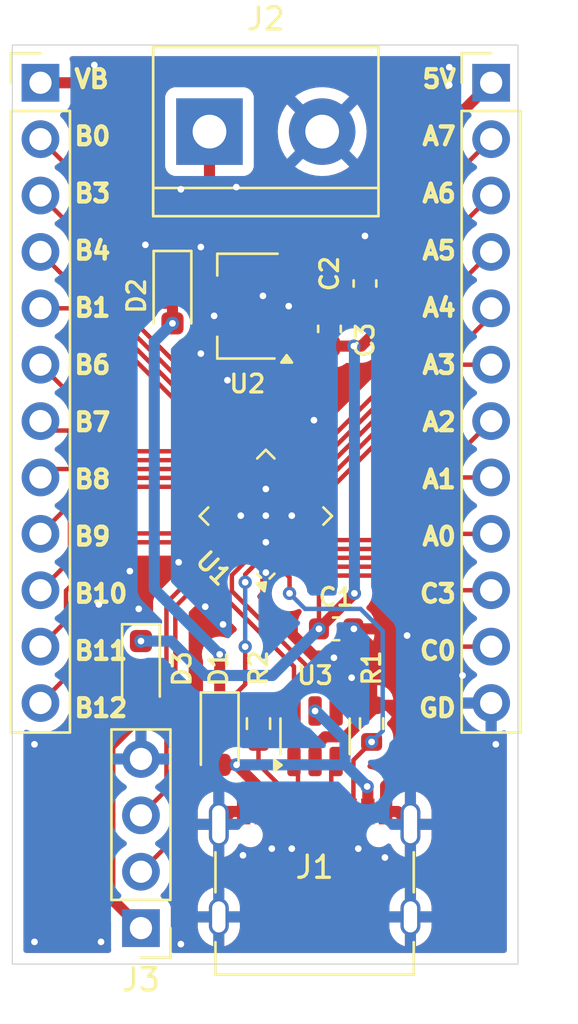
<source format=kicad_pcb>
(kicad_pcb (version 20240108) (generator "pcbnew") (generator_version "8.0")
  (layers (0 "F.Cu" signal) (31 "B.Cu" signal) (34 "B.Paste" user) (35 "F.Paste" user) (36 "B.SilkS" user "B.Silkscreen") (37 "F.SilkS" user "F.Silkscreen") (38 "B.Mask" user) (39 "F.Mask" user) (44 "Edge.Cuts" user))
  (net 0 "")
  (net 1 "GND")
  (net 2 "+5V")
  (net 3 "VBUS")
  (net 4 "Net-(D1-A)")
  (net 5 "Net-(D2-K)")
  (net 6 "Net-(D3-A)")
  (net 7 "Net-(J1-D+-PadA6)")
  (net 8 "Net-(J1-D--PadA7)")
  (net 9 "USB_CC2")
  (net 12 "USB_CC1")
  (net 13 "SWCLK")
  (net 14 "SWDIO")
  (net 15 "PA7")
  (net 16 "PA1")
  (net 17 "PA2")
  (net 18 "PA3")
  (net 19 "PC0")
  (net 20 "PA0")
  (net 21 "PA6")
  (net 22 "PA5")
  (net 23 "PA4")
  (net 24 "PC3")
  (net 25 "PB11")
  (net 26 "PB10")
  (net 27 "PB12")
  (net 28 "PB0")
  (net 29 "PB7")
  (net 30 "PB4")
  (net 31 "PB1")
  (net 32 "PB3")
  (net 33 "PB6")
  (net 34 "PB8")
  (net 35 "PB9")
  (net 36 "USB_DP")
  (net 37 "USB_DM")
  (footprint "TerminalBlock:TerminalBlock_bornier-2_P5.08mm" (layer "F.Cu") (at 123.19 55.9)
    (property "Reference" "J2" (at 2.54 -5.08 0) (layer "F.SilkS"))
    (property "Value" "VBUS_OUT")
    (fp_line (start -2.54 -3.81) (end -2.54 3.81) (stroke (width 0.12)) (layer "F.SilkS"))
    (fp_line (start -2.54 3.81) (end 7.62 3.81) (stroke (width 0.12)) (layer "F.SilkS"))
    (fp_line (start 7.62 -3.81) (end -2.54 -3.81) (stroke (width 0.12)) (layer "F.SilkS"))
    (fp_line (start 7.62 2.54) (end -2.54 2.54) (stroke (width 0.12)) (layer "F.SilkS"))
    (fp_line (start 7.62 3.81) (end 7.62 -3.81) (stroke (width 0.12)) (layer "F.SilkS"))
    (pad "1" thru_hole rect (at 0 0) (size 3 3) (drill 1.52) (layers "*.Cu" "*.Mask") (net 5 "Net-(D2-K)"))
    (pad "2" thru_hole circle (at 5.08 0) (size 3 3) (drill 1.52) (layers "*.Cu" "*.Mask") (net 1 "GND"))
  )
  (footprint "Connector_PinHeader_2.54mm:PinHeader_1x12_P2.54mm_Vertical" (layer "F.Cu") (at 115.57 53.7)
    (property "Reference" "J5" (hide yes))
    (property "Value" "R")
    (fp_line (start -1.33 -1.33) (end 0 -1.33) (stroke (width 0.12)) (layer "F.SilkS"))
    (fp_line (start -1.33 0) (end -1.33 -1.33) (stroke (width 0.12)) (layer "F.SilkS"))
    (fp_line (start -1.33 1.27) (end -1.33 29.27) (stroke (width 0.12)) (layer "F.SilkS"))
    (fp_line (start -1.33 1.27) (end 1.33 1.27) (stroke (width 0.12)) (layer "F.SilkS"))
    (fp_line (start -1.33 29.27) (end 1.33 29.27) (stroke (width 0.12)) (layer "F.SilkS"))
    (fp_line (start 1.33 1.27) (end 1.33 29.27) (stroke (width 0.12)) (layer "F.SilkS"))
    (pad "1" thru_hole rect (at 0 0) (size 1.7 1.7) (drill 1) (layers "*.Cu" "*.Mask") (net 3 "VBUS"))
    (pad "2" thru_hole oval (at 0 2.54) (size 1.7 1.7) (drill 1) (layers "*.Cu" "*.Mask") (net 28 "PB0"))
    (pad "3" thru_hole oval (at 0 5.08) (size 1.7 1.7) (drill 1) (layers "*.Cu" "*.Mask") (net 32 "PB3"))
    (pad "4" thru_hole oval (at 0 7.62) (size 1.7 1.7) (drill 1) (layers "*.Cu" "*.Mask") (net 30 "PB4"))
    (pad "5" thru_hole oval (at 0 10.16) (size 1.7 1.7) (drill 1) (layers "*.Cu" "*.Mask") (net 31 "PB1"))
    (pad "6" thru_hole oval (at 0 12.7) (size 1.7 1.7) (drill 1) (layers "*.Cu" "*.Mask") (net 33 "PB6"))
    (pad "7" thru_hole oval (at 0 15.24) (size 1.7 1.7) (drill 1) (layers "*.Cu" "*.Mask") (net 29 "PB7"))
    (pad "8" thru_hole oval (at 0 17.78) (size 1.7 1.7) (drill 1) (layers "*.Cu" "*.Mask") (net 34 "PB8"))
    (pad "9" thru_hole oval (at 0 20.32) (size 1.7 1.7) (drill 1) (layers "*.Cu" "*.Mask") (net 35 "PB9"))
    (pad "10" thru_hole oval (at 0 22.86) (size 1.7 1.7) (drill 1) (layers "*.Cu" "*.Mask") (net 26 "PB10"))
    (pad "11" thru_hole oval (at 0 25.4) (size 1.7 1.7) (drill 1) (layers "*.Cu" "*.Mask") (net 25 "PB11"))
    (pad "12" thru_hole oval (at 0 27.94) (size 1.7 1.7) (drill 1) (layers "*.Cu" "*.Mask") (net 27 "PB12"))
  )
  (footprint "Package_TO_SOT_SMD:SOT-23-6" (layer "F.Cu") (at 127.95 83.1375 90)
    (property "Reference" "U3" (at 2.7375 0 0) (layer "F.SilkS") (effects (font (size 0.8 0.8))))
    (property "Value" "USBLC6-2SC6")
    (fp_line (start 0 -1.56) (end 0.8 -1.56) (stroke (width 0.12)) (layer "F.SilkS"))
    (fp_line (start 0 -1.56) (end -0.8 -1.56) (stroke (width 0.12)) (layer "F.SilkS"))
    (fp_line (start 0 1.56) (end 0.8 1.56) (stroke (width 0.12)) (layer "F.SilkS"))
    (fp_line (start 0 1.56) (end -0.8 1.56) (stroke (width 0.12)) (layer "F.SilkS"))
    (fp_poly (pts (xy -1.3 -1.51) (xy -1.54 -1.84) (xy -1.06 -1.84) (xy -1.3 -1.51)) (stroke (width 0.12)) (fill solid) (layer "F.SilkS"))
    (pad "1" smd roundrect (at -1.1375 -0.95 90) (size 1.325 0.6) (layers "F.Cu" "F.Paste" "F.Mask") (net 8 "Net-(J1-D--PadA7)"))
    (pad "2" smd roundrect (at -1.1375 0 90) (size 1.325 0.6) (layers "F.Cu" "F.Paste" "F.Mask") (net 1 "GND"))
    (pad "3" smd roundrect (at -1.1375 0.95 90) (size 1.325 0.6) (layers "F.Cu" "F.Paste" "F.Mask") (net 7 "Net-(J1-D+-PadA6)"))
    (pad "4" smd roundrect (at 1.1375 0.95 90) (size 1.325 0.6) (layers "F.Cu" "F.Paste" "F.Mask") (net 36 "USB_DP"))
    (pad "5" smd roundrect (at 1.1375 0 90) (size 1.325 0.6) (layers "F.Cu" "F.Paste" "F.Mask") (net 4 "Net-(D1-A)"))
    (pad "6" smd roundrect (at 1.1375 -0.95 90) (size 1.325 0.6) (layers "F.Cu" "F.Paste" "F.Mask") (net 37 "USB_DM"))
  )
  (footprint "Diode_SMD:D_SOD-323_HandSoldering" (layer "F.Cu") (at 123.65 83.175 -90)
    (property "Reference" "D1" (at -3.075 0.05 90) (layer "F.SilkS") (effects (font (size 0.8 0.8))))
    (property "Value" "1N5819WS")
    (fp_line (start -2.01 0.85) (end 1.25 0.85) (stroke (width 0.12)) (layer "F.SilkS"))
    (fp_line (start -2.01 -0.85) (end -2.01 0.85) (stroke (width 0.12)) (layer "F.SilkS"))
    (fp_line (start -2.01 -0.85) (end 1.25 -0.85) (stroke (width 0.12)) (layer "F.SilkS"))
    (pad "1" smd roundrect (at -1.25 0 270) (size 1 1) (layers "F.Cu" "F.Paste" "F.Mask") (net 3 "VBUS"))
    (pad "2" smd roundrect (at 1.25 0 270) (size 1 1) (layers "F.Cu" "F.Paste" "F.Mask") (net 4 "Net-(D1-A)"))
  )
  (footprint "Capacitor_SMD:C_0603_1608Metric" (layer "F.Cu") (at 128.9 78.3)
    (property "Reference" "C1" (at 0 -1.43 0) (layer "F.SilkS") (effects (font (size 0.8 0.8))))
    (property "Value" "100nF")
    (fp_line (start -0.14058 -0.51) (end 0.14058 -0.51) (stroke (width 0.12)) (layer "F.SilkS"))
    (fp_line (start -0.14058 0.51) (end 0.14058 0.51) (stroke (width 0.12)) (layer "F.SilkS"))
    (pad "1" smd roundrect (at -0.775 0) (size 0.9 0.95) (layers "F.Cu" "F.Paste" "F.Mask") (net 2 "+5V"))
    (pad "2" smd roundrect (at 0.775 0) (size 0.9 0.95) (layers "F.Cu" "F.Paste" "F.Mask") (net 1 "GND"))
  )
  (footprint "Connector_USB:USB_C_Receptacle_Palconn_UTC16-G" (layer "F.Cu") (at 127.93 89.035)
    (property "Reference" "J1" (at 0 0 0) (layer "F.SilkS"))
    (property "Value" "USB_C_Receptacle_USB2.0_16P")
    (fp_line (start -4.47 -0.67) (end -4.47 1.13) (stroke (width 0.12)) (layer "F.SilkS"))
    (fp_line (start -4.47 4.84) (end -4.47 3.38) (stroke (width 0.12)) (layer "F.SilkS"))
    (fp_line (start 4.47 -0.67) (end 4.47 1.13) (stroke (width 0.12)) (layer "F.SilkS"))
    (fp_line (start 4.47 4.84) (end -4.47 4.84) (stroke (width 0.12)) (layer "F.SilkS"))
    (fp_line (start 4.47 4.84) (end 4.47 3.38) (stroke (width 0.12)) (layer "F.SilkS"))
    (pad "" np_thru_hole circle (at -2.89 -1.45 180) (size 0.6 0.6) (drill 0.6) (layers "*.Cu" "*.Mask"))
    (pad "" np_thru_hole circle (at 2.89 -1.45 180) (size 0.6 0.6) (drill 0.6) (layers "*.Cu" "*.Mask"))
    (pad "A1" smd rect (at -3.2 -2.51) (size 0.6 1.16) (layers "F.Cu" "F.Paste" "F.Mask") (net 1 "GND"))
    (pad "A4" smd rect (at -2.4 -2.51) (size 0.6 1.16) (layers "F.Cu" "F.Paste" "F.Mask") (net 4 "Net-(D1-A)"))
    (pad "A5" smd rect (at -1.25 -2.51 180) (size 0.3 1.16) (layers "F.Cu" "F.Paste" "F.Mask") (net 12 "USB_CC1"))
    (pad "A6" smd rect (at -0.25 -2.51 180) (size 0.3 1.16) (layers "F.Cu" "F.Paste" "F.Mask") (net 7 "Net-(J1-D+-PadA6)"))
    (pad "A7" smd rect (at 0.25 -2.51 180) (size 0.3 1.16) (layers "F.Cu" "F.Paste" "F.Mask") (net 8 "Net-(J1-D--PadA7)"))
    (pad "A8" smd rect (at 1.25 -2.51 180) (size 0.3 1.16) (layers "F.Cu" "F.Paste" "F.Mask"))
    (pad "A9" smd rect (at 2.4 -2.51) (size 0.6 1.16) (layers "F.Cu" "F.Paste" "F.Mask") (net 4 "Net-(D1-A)"))
    (pad "A12" smd rect (at 3.2 -2.51) (size 0.6 1.16) (layers "F.Cu" "F.Paste" "F.Mask") (net 1 "GND"))
    (pad "B1" smd rect (at 3.2 -2.51) (size 0.6 1.16) (layers "F.Cu" "F.Paste" "F.Mask") (net 1 "GND"))
    (pad "B4" smd rect (at 2.4 -2.51) (size 0.6 1.16) (layers "F.Cu" "F.Paste" "F.Mask") (net 4 "Net-(D1-A)"))
    (pad "B5" smd rect (at 1.75 -2.51 180) (size 0.3 1.16) (layers "F.Cu" "F.Paste" "F.Mask") (net 9 "USB_CC2"))
    (pad "B6" smd rect (at 0.75 -2.51 180) (size 0.3 1.16) (layers "F.Cu" "F.Paste" "F.Mask") (net 7 "Net-(J1-D+-PadA6)"))
    (pad "B7" smd rect (at -0.75 -2.51 180) (size 0.3 1.16) (layers "F.Cu" "F.Paste" "F.Mask") (net 8 "Net-(J1-D--PadA7)"))
    (pad "B8" smd rect (at -1.75 -2.51 180) (size 0.3 1.16) (layers "F.Cu" "F.Paste" "F.Mask"))
    (pad "B9" smd rect (at -2.4 -2.51) (size 0.6 1.16) (layers "F.Cu" "F.Paste" "F.Mask") (net 4 "Net-(D1-A)"))
    (pad "B12" smd rect (at -3.2 -2.51) (size 0.6 1.16) (layers "F.Cu" "F.Paste" "F.Mask") (net 1 "GND"))
    (pad "S1" thru_hole oval (at -4.32 -1.93 90) (size 2 0.9) (drill oval 1.7 0.6) (layers "*.Cu" "*.Mask") (net 1 "GND"))
    (pad "S1" thru_hole oval (at -4.32 2.24 90) (size 1.7 0.9) (drill oval 1.4 0.6) (layers "*.Cu" "*.Mask") (net 1 "GND"))
    (pad "S1" thru_hole oval (at 4.32 -1.93 90) (size 2 0.9) (drill oval 1.7 0.6) (layers "*.Cu" "*.Mask") (net 1 "GND"))
    (pad "S1" thru_hole oval (at 4.32 2.24 90) (size 1.7 0.9) (drill oval 1.4 0.6) (layers "*.Cu" "*.Mask") (net 1 "GND"))
  )
  (footprint "Package_DFN_QFN:QFN-28-1EP_4x4mm_P0.4mm_EP2.6x2.6mm" (layer "F.Cu") (at 125.73 73.218548 135)
    (property "Reference" "U1" (at 0 -3.330001 135) (layer "F.SilkS") (effects (font (size 0.8 0.8))))
    (property "Value" "CH32X035G8U6")
    (fp_line (start 2.11 -2.11) (end 2.11 -1.56) (stroke (width 0.12)) (layer "F.SilkS"))
    (fp_line (start 1.56 -2.11) (end 2.11 -2.11) (stroke (width 0.12)) (layer "F.SilkS"))
    (fp_line (start -1.56 -2.11) (end -1.81 -2.11) (stroke (width 0.12)) (layer "F.SilkS"))
    (fp_line (start 2.11 2.11) (end 2.11 1.56) (stroke (width 0.12)) (layer "F.SilkS"))
    (fp_line (start 1.56 2.11) (end 2.11 2.11) (stroke (width 0.12)) (layer "F.SilkS"))
    (fp_line (start -2.11 -1.56) (end -2.11 -1.87) (stroke (width 0.12)) (layer "F.SilkS"))
    (fp_line (start -1.56 2.11) (end -2.11 2.11) (stroke (width 0.12)) (layer "F.SilkS"))
    (fp_line (start -2.11 2.11) (end -2.11 1.56) (stroke (width 0.12)) (layer "F.SilkS"))
    (fp_poly (pts (xy -2.11 -2.11) (xy -2.349999 -2.44) (xy -1.87 -2.44) (xy -2.11 -2.11)) (stroke (width 0.12)) (fill solid) (layer "F.SilkS"))
    (pad "1" smd roundrect (at -1.9375 -1.200001 135) (size 0.875 0.2) (layers "F.Cu" "F.Paste" "F.Mask") (net 9 "USB_CC2"))
    (pad "2" smd roundrect (at -1.9375 -0.8 135) (size 0.875 0.2) (layers "F.Cu" "F.Paste" "F.Mask") (net 2 "+5V"))
    (pad "3" smd roundrect (at -1.9375 -0.4 135) (size 0.875 0.2) (layers "F.Cu" "F.Paste" "F.Mask") (net 19 "PC0"))
    (pad "4" smd roundrect (at -1.937499 0 135) (size 0.875 0.2) (layers "F.Cu" "F.Paste" "F.Mask") (net 24 "PC3"))
    (pad "5" smd roundrect (at -1.9375 0.4 135) (size 0.875 0.2) (layers "F.Cu" "F.Paste" "F.Mask") (net 20 "PA0"))
    (pad "6" smd roundrect (at -1.9375 0.8 135) (size 0.875 0.2) (layers "F.Cu" "F.Paste" "F.Mask") (net 16 "PA1"))
    (pad "7" smd roundrect (at -1.9375 1.200001 135) (size 0.875 0.2) (layers "F.Cu" "F.Paste" "F.Mask") (net 17 "PA2"))
    (pad "8" smd roundrect (at -1.200001 1.9375 135) (size 0.2 0.875) (layers "F.Cu" "F.Paste" "F.Mask") (net 18 "PA3"))
    (pad "9" smd roundrect (at -0.8 1.9375 135) (size 0.2 0.875) (layers "F.Cu" "F.Paste" "F.Mask") (net 23 "PA4"))
    (pad "10" smd roundrect (at -0.4 1.9375 135) (size 0.2 0.875) (layers "F.Cu" "F.Paste" "F.Mask") (net 22 "PA5"))
    (pad "11" smd roundrect (at 0 1.937499 135) (size 0.2 0.875) (layers "F.Cu" "F.Paste" "F.Mask") (net 21 "PA6"))
    (pad "12" smd roundrect (at 0.4 1.9375 135) (size 0.2 0.875) (layers "F.Cu" "F.Paste" "F.Mask") (net 15 "PA7"))
    (pad "13" smd roundrect (at 0.8 1.9375 135) (size 0.2 0.875) (layers "F.Cu" "F.Paste" "F.Mask") (net 28 "PB0"))
    (pad "14" smd roundrect (at 1.200001 1.9375 135) (size 0.2 0.875) (layers "F.Cu" "F.Paste" "F.Mask") (net 32 "PB3"))
    (pad "15" smd roundrect (at 1.9375 1.200001 135) (size 0.875 0.2) (layers "F.Cu" "F.Paste" "F.Mask") (net 30 "PB4"))
    (pad "16" smd roundrect (at 1.9375 0.8 135) (size 0.875 0.2) (layers "F.Cu" "F.Paste" "F.Mask") (net 31 "PB1"))
    (pad "17" smd roundrect (at 1.9375 0.4 135) (size 0.875 0.2) (layers "F.Cu" "F.Paste" "F.Mask") (net 33 "PB6"))
    (pad "18" smd roundrect (at 1.937499 0 135) (size 0.875 0.2) (layers "F.Cu" "F.Paste" "F.Mask") (net 29 "PB7"))
    (pad "19" smd roundrect (at 1.9375 -0.4 135) (size 0.875 0.2) (layers "F.Cu" "F.Paste" "F.Mask") (net 34 "PB8"))
    (pad "20" smd roundrect (at 1.9375 -0.8 135) (size 0.875 0.2) (layers "F.Cu" "F.Paste" "F.Mask") (net 35 "PB9"))
    (pad "21" smd roundrect (at 1.9375 -1.200001 135) (size 0.875 0.2) (layers "F.Cu" "F.Paste" "F.Mask") (net 26 "PB10"))
    (pad "22" smd roundrect (at 1.200001 -1.9375 135) (size 0.2 0.875) (layers "F.Cu" "F.Paste" "F.Mask") (net 25 "PB11"))
    (pad "23" smd roundrect (at 0.8 -1.9375 135) (size 0.2 0.875) (layers "F.Cu" "F.Paste" "F.Mask") (net 27 "PB12"))
    (pad "24" smd roundrect (at 0.4 -1.9375 135) (size 0.2 0.875) (layers "F.Cu" "F.Paste" "F.Mask") (net 13 "SWCLK"))
    (pad "25" smd roundrect (at 0 -1.937499 135) (size 0.2 0.875) (layers "F.Cu" "F.Paste" "F.Mask") (net 14 "SWDIO"))
    (pad "26" smd roundrect (at -0.4 -1.9375 135) (size 0.2 0.875) (layers "F.Cu" "F.Paste" "F.Mask") (net 37 "USB_DM"))
    (pad "27" smd roundrect (at -0.8 -1.9375 135) (size 0.2 0.875) (layers "F.Cu" "F.Paste" "F.Mask") (net 36 "USB_DP"))
    (pad "28" smd roundrect (at -1.200001 -1.9375 135) (size 0.2 0.875) (layers "F.Cu" "F.Paste" "F.Mask") (net 12 "USB_CC1"))
    (pad "29" smd rect (at 0 0 135) (size 2.6 2.6) (property pad_prop_heatsink) (layers "F.Cu" "F.Mask") (net 1 "GND"))
  )
  (footprint "Diode_SMD:D_SOD-323_HandSoldering" (layer "F.Cu") (at 120.1 80.1 -90)
    (property "Reference" "D3" (at 0 -1.85 90) (layer "F.SilkS") (effects (font (size 0.8 0.8))))
    (property "Value" "1N5819WS")
    (fp_line (start -2.01 0.85) (end 1.25 0.85) (stroke (width 0.12)) (layer "F.SilkS"))
    (fp_line (start -2.01 -0.85) (end -2.01 0.85) (stroke (width 0.12)) (layer "F.SilkS"))
    (fp_line (start -2.01 -0.85) (end 1.25 -0.85) (stroke (width 0.12)) (layer "F.SilkS"))
    (pad "1" smd roundrect (at -1.25 0 270) (size 1 1) (layers "F.Cu" "F.Paste" "F.Mask") (net 2 "+5V"))
    (pad "2" smd roundrect (at 1.25 0 270) (size 1 1) (layers "F.Cu" "F.Paste" "F.Mask") (net 6 "Net-(D3-A)"))
  )
  (footprint "Diode_SMD:D_SOD-323_HandSoldering" (layer "F.Cu") (at 121.521625 63.2875 -90)
    (property "Reference" "D2" (at 0.0125 1.621625 90) (layer "F.SilkS") (effects (font (size 0.8 0.8))))
    (property "Value" "1N5819WS")
    (fp_line (start -2.01 0.85) (end 1.25 0.85) (stroke (width 0.12)) (layer "F.SilkS"))
    (fp_line (start -2.01 -0.85) (end -2.01 0.85) (stroke (width 0.12)) (layer "F.SilkS"))
    (fp_line (start -2.01 -0.85) (end 1.25 -0.85) (stroke (width 0.12)) (layer "F.SilkS"))
    (pad "1" smd roundrect (at -1.25 0 270) (size 1 1) (layers "F.Cu" "F.Paste" "F.Mask") (net 5 "Net-(D2-K)"))
    (pad "2" smd roundrect (at 1.25 0 270) (size 1 1) (layers "F.Cu" "F.Paste" "F.Mask") (net 3 "VBUS"))
  )
  (footprint "Connector_PinHeader_2.54mm:PinHeader_1x12_P2.54mm_Vertical" (layer "F.Cu") (at 135.89 53.7)
    (property "Reference" "J4" (hide yes))
    (property "Value" "L")
    (fp_line (start -1.33 -1.33) (end 0 -1.33) (stroke (width 0.12)) (layer "F.SilkS"))
    (fp_line (start -1.33 0) (end -1.33 -1.33) (stroke (width 0.12)) (layer "F.SilkS"))
    (fp_line (start -1.33 1.27) (end -1.33 29.27) (stroke (width 0.12)) (layer "F.SilkS"))
    (fp_line (start -1.33 1.27) (end 1.33 1.27) (stroke (width 0.12)) (layer "F.SilkS"))
    (fp_line (start -1.33 29.27) (end 1.33 29.27) (stroke (width 0.12)) (layer "F.SilkS"))
    (fp_line (start 1.33 1.27) (end 1.33 29.27) (stroke (width 0.12)) (layer "F.SilkS"))
    (pad "1" thru_hole rect (at 0 0) (size 1.7 1.7) (drill 1) (layers "*.Cu" "*.Mask") (net 2 "+5V"))
    (pad "2" thru_hole oval (at 0 2.54) (size 1.7 1.7) (drill 1) (layers "*.Cu" "*.Mask") (net 15 "PA7"))
    (pad "3" thru_hole oval (at 0 5.08) (size 1.7 1.7) (drill 1) (layers "*.Cu" "*.Mask") (net 21 "PA6"))
    (pad "4" thru_hole oval (at 0 7.62) (size 1.7 1.7) (drill 1) (layers "*.Cu" "*.Mask") (net 22 "PA5"))
    (pad "5" thru_hole oval (at 0 10.16) (size 1.7 1.7) (drill 1) (layers "*.Cu" "*.Mask") (net 23 "PA4"))
    (pad "6" thru_hole oval (at 0 12.7) (size 1.7 1.7) (drill 1) (layers "*.Cu" "*.Mask") (net 18 "PA3"))
    (pad "7" thru_hole oval (at 0 15.24) (size 1.7 1.7) (drill 1) (layers "*.Cu" "*.Mask") (net 17 "PA2"))
    (pad "8" thru_hole oval (at 0 17.78) (size 1.7 1.7) (drill 1) (layers "*.Cu" "*.Mask") (net 16 "PA1"))
    (pad "9" thru_hole oval (at 0 20.32) (size 1.7 1.7) (drill 1) (layers "*.Cu" "*.Mask") (net 20 "PA0"))
    (pad "10" thru_hole oval (at 0 22.86) (size 1.7 1.7) (drill 1) (layers "*.Cu" "*.Mask") (net 24 "PC3"))
    (pad "11" thru_hole oval (at 0 25.4) (size 1.7 1.7) (drill 1) (layers "*.Cu" "*.Mask") (net 19 "PC0"))
    (pad "12" thru_hole oval (at 0 27.94) (size 1.7 1.7) (drill 1) (layers "*.Cu" "*.Mask") (net 1 "GND"))
  )
  (footprint "Capacitor_SMD:C_0603_1608Metric" (layer "F.Cu") (at 128.6 64.7875 90)
    (property "Reference" "C2" (at 2.4875 0 90) (layer "F.SilkS") (effects (font (size 0.8 0.8))))
    (property "Value" "10uF")
    (fp_line (start -0.14058 -0.51) (end 0.14058 -0.51) (stroke (width 0.12)) (layer "F.SilkS"))
    (fp_line (start -0.14058 0.51) (end 0.14058 0.51) (stroke (width 0.12)) (layer "F.SilkS"))
    (pad "1" smd roundrect (at -0.775 0 90) (size 0.9 0.95) (layers "F.Cu" "F.Paste" "F.Mask") (net 2 "+5V"))
    (pad "2" smd roundrect (at 0.775 0 90) (size 0.9 0.95) (layers "F.Cu" "F.Paste" "F.Mask") (net 1 "GND"))
  )
  (footprint "Capacitor_SMD:C_0603_1608Metric" (layer "F.Cu") (at 130.2 62.7425 -90)
    (property "Reference" "C3" (at 2.5575 0 90) (layer "F.SilkS") (effects (font (size 0.8 0.8))))
    (property "Value" "10uF")
    (fp_line (start -0.14058 0.51) (end 0.14058 0.51) (stroke (width 0.12)) (layer "F.SilkS"))
    (fp_line (start -0.14058 -0.51) (end 0.14058 -0.51) (stroke (width 0.12)) (layer "F.SilkS"))
    (pad "1" smd roundrect (at -0.775 0 270) (size 0.9 0.95) (layers "F.Cu" "F.Paste" "F.Mask") (net 3 "VBUS"))
    (pad "2" smd roundrect (at 0.775 0 270) (size 0.9 0.95) (layers "F.Cu" "F.Paste" "F.Mask") (net 1 "GND"))
  )
  (footprint "Resistor_SMD:R_0603_1608Metric" (layer "F.Cu") (at 125.4 82.5675 90)
    (property "Reference" "R2" (at 2.5075 0 90) (layer "F.SilkS") (effects (font (size 0.8 0.8))))
    (property "Value" "5.1k")
    (fp_line (start -0.237258 -0.5225) (end 0.237258 -0.5225) (stroke (width 0.12)) (layer "F.SilkS"))
    (fp_line (start -0.237258 0.5225) (end 0.237258 0.5225) (stroke (width 0.12)) (layer "F.SilkS"))
    (pad "1" smd roundrect (at -0.825 0 90) (size 0.8 0.95) (layers "F.Cu" "F.Paste" "F.Mask") (net 12 "USB_CC1"))
    (pad "2" smd roundrect (at 0.825 0 90) (size 0.8 0.95) (layers "F.Cu" "F.Paste" "F.Mask") (net 1 "GND"))
  )
  (footprint "Connector_PinHeader_2.54mm:PinHeader_1x04_P2.54mm_Vertical" (layer "F.Cu") (at 120.1 91.78 180)
    (property "Reference" "J3" (at 0 -2.33 360) (layer "F.SilkS"))
    (property "Value" "SWD")
    (fp_line (start 1.33 1.27) (end 1.33 8.95) (stroke (width 0.12)) (layer "F.SilkS"))
    (fp_line (start -1.33 8.95) (end 1.33 8.95) (stroke (width 0.12)) (layer "F.SilkS"))
    (fp_line (start -1.33 1.27) (end 1.33 1.27) (stroke (width 0.12)) (layer "F.SilkS"))
    (fp_line (start -1.33 1.27) (end -1.33 8.95) (stroke (width 0.12)) (layer "F.SilkS"))
    (fp_line (start -1.33 0) (end -1.33 -1.33) (stroke (width 0.12)) (layer "F.SilkS"))
    (fp_line (start -1.33 -1.33) (end 0 -1.33) (stroke (width 0.12)) (layer "F.SilkS"))
    (pad "1" thru_hole rect (at 0 0 180) (size 1.7 1.7) (drill 1) (layers "*.Cu" "*.Mask") (net 6 "Net-(D3-A)"))
    (pad "2" thru_hole oval (at 0 2.54 180) (size 1.7 1.7) (drill 1) (layers "*.Cu" "*.Mask") (net 14 "SWDIO"))
    (pad "3" thru_hole oval (at 0 5.08 180) (size 1.7 1.7) (drill 1) (layers "*.Cu" "*.Mask") (net 13 "SWCLK"))
    (pad "4" thru_hole oval (at 0 7.62 180) (size 1.7 1.7) (drill 1) (layers "*.Cu" "*.Mask") (net 1 "GND"))
  )
  (footprint "Resistor_SMD:R_0603_1608Metric" (layer "F.Cu") (at 130.5 82.5675 90)
    (property "Reference" "R1" (at 2.5075 0 90) (layer "F.SilkS") (effects (font (size 0.8 0.8))))
    (property "Value" "5.1k")
    (fp_line (start -0.237258 -0.5225) (end 0.237258 -0.5225) (stroke (width 0.12)) (layer "F.SilkS"))
    (fp_line (start -0.237258 0.5225) (end 0.237258 0.5225) (stroke (width 0.12)) (layer "F.SilkS"))
    (pad "1" smd roundrect (at -0.825 0 90) (size 0.8 0.95) (layers "F.Cu" "F.Paste" "F.Mask") (net 9 "USB_CC2"))
    (pad "2" smd roundrect (at 0.825 0 90) (size 0.8 0.95) (layers "F.Cu" "F.Paste" "F.Mask") (net 1 "GND"))
  )
  (footprint "Package_TO_SOT_SMD:SOT-89-3" (layer "F.Cu") (at 124.9 63.7625 180)
    (property "Reference" "U2" (at 0 -3.5 360) (layer "F.SilkS") (effects (font (size 0.8 0.8))))
    (property "Value" "L78L05_SOT89" (hide yes))
    (fp_line (start 1.36 2.36) (end -1.36 2.36) (stroke (width 0.12)) (layer "F.SilkS"))
    (fp_line (start 1.36 1.38) (end 1.36 2.36) (stroke (width 0.12)) (layer "F.SilkS"))
    (fp_line (start 1.36 -1.38) (end 1.36 -2.36) (stroke (width 0.12)) (layer "F.SilkS"))
    (fp_line (start -1.22 -2.36) (end 1.36 -2.36) (stroke (width 0.12)) (layer "F.SilkS"))
    (fp_poly (pts (xy -1.77 -2.21) (xy -2.01 -2.54) (xy -1.53 -2.54) (xy -1.77 -2.21)) (stroke (width 0.12)) (fill solid) (layer "F.SilkS"))
    (pad "1" smd roundrect (at -1.95 -1.5 180) (size 1.3 0.9) (layers "F.Cu" "F.Paste" "F.Mask") (net 2 "+5V"))
    (pad "2" smd custom (at -1.8625 0 180) (size 1.475 0.9) (layers "F.Cu" "F.Paste" "F.Mask") (net 1 "GND") (options (clearance outline) (anchor rect)) (primitives (gr_poly (pts (xy 3.8625 0.8665) (xy 0.7375 0.8665) (xy 0.7375 -0.8665) (xy 3.8625 -0.8665)) (width 0) (fill yes))))
    (pad "3" smd roundrect (at -1.95 1.5 180) (size 1.3 0.9) (layers "F.Cu" "F.Paste" "F.Mask") (net 3 "VBUS"))
  )
  (gr_rect (start 114.3 52) (end 137.1 93.4) (stroke (width 0.05)) (fill none) (layer "Edge.Cuts"))
  (gr_text "VB\n\nB0\n\nB3\n\nB4\n\nB1\n\nB6\n\nB7\n\nB8\n\nB9\n\nB10\n\nB11\n\nB12\n" (at 117 67.7 0) (layer "F.SilkS") (effects (font (size 0.8 0.8) (thickness 0.2) (bold yes)) (justify left)))
  (gr_text "5V\n\nA7\n\nA6\n\nA5\n\nA4\n\nA3\n\nA2\n\nA1\n\nA0\n\nC3\n\nC0\n\nGD" (at 134.4 67.7 0) (layer "F.SilkS") (effects (font (size 0.8 0.8) (thickness 0.2) (bold yes)) (justify right)))
  (segment (start 132.2 82.7) (end 131.2425 81.7425) (width 0.5) (layer "F.Cu") (net 1))
  (segment (start 130.5 79.125) (end 130.5 81.7425) (width 0.5) (layer "F.Cu") (net 1))
  (segment (start 133.2 82.7) (end 134.26 81.64) (width 0.5) (layer "F.Cu") (net 1))
  (segment (start 125.4 81.99272) (end 125.4 81.7425) (width 0.5) (layer "F.Cu") (net 1))
  (segment (start 124.19 86.525) (end 123.61 87.105) (width 0.5) (layer "F.Cu") (net 1))
  (segment (start 131.67 86.525) (end 132.25 87.105) (width 0.5) (layer "F.Cu") (net 1))
  (segment (start 130.5 81.99272) (end 130.5 81.7425) (width 0.5) (layer "F.Cu") (net 1))
  (segment (start 132.2 82.7) (end 133.2 82.7) (width 0.5) (layer "F.Cu") (net 1))
  (segment (start 127.977818 79.6) (end 128.8 79.6) (width 0.5) (layer "F.Cu") (net 1))
  (segment (start 125.73 77.352182) (end 127.977818 79.6) (width 0.5) (layer "F.Cu") (net 1))
  (segment (start 131.13 86.525) (end 131.67 86.525) (width 0.5) (layer "F.Cu") (net 1))
  (segment (start 129.33022 83.1625) (end 130.5 81.99272) (width 0.5) (layer "F.Cu") (net 1))
  (segment (start 126.7625 63.7625) (end 129.955 63.7625) (width 0.5) (layer "F.Cu") (net 1))
  (segment (start 128.35 63.7625) (end 128.6 64.0125) (width 0.5) (layer "F.Cu") (net 1))
  (segment (start 129.675 78.3) (end 129.675 78.3) (width 0.5) (layer "F.Cu") (net 1))
  (segment (start 129.955 63.7625) (end 130.2 63.5175) (width 0.5) (layer "F.Cu") (net 1))
  (segment (start 124.73 86.525) (end 124.19 86.525) (width 0.5) (layer "F.Cu") (net 1))
  (segment (start 129.7 78.3) (end 129.675 78.3) (width 0.5) (layer "F.Cu") (net 1))
  (segment (start 128.400001 83.1625) (end 129.33022 83.1625) (width 0.5) (layer "F.Cu") (net 1))
  (segment (start 132.2 84.3) (end 132.2 82.7) (width 0.5) (layer "F.Cu") (net 1))
  (segment (start 134.26 81.64) (end 135.89 81.64) (width 0.5) (layer "F.Cu") (net 1))
  (segment (start 131.13 85.37) (end 132.2 84.3) (width 0.5) (layer "F.Cu") (net 1))
  (segment (start 125.73 75.764135) (end 125.73 77.352182) (width 0.5) (layer "F.Cu") (net 1))
  (segment (start 126.56978 83.1625) (end 125.4 81.99272) (width 0.5) (layer "F.Cu") (net 1))
  (segment (start 127.95 83.612501) (end 127.499999 83.1625) (width 0.5) (layer "F.Cu") (net 1))
  (segment (start 127.95 84.275) (end 127.95 83.612501) (width 0.5) (layer "F.Cu") (net 1))
  (segment (start 127.95 83.612501) (end 128.400001 83.1625) (width 0.5) (layer "F.Cu") (net 1))
  (segment (start 129.7 78.325) (end 130.5 79.125) (width 0.5) (layer "F.Cu") (net 1))
  (segment (start 129.7 78.3) (end 129.7 78.325) (width 0.5) (layer "F.Cu") (net 1))
  (segment (start 127.499999 83.1625) (end 126.56978 83.1625) (width 0.5) (layer "F.Cu") (net 1))
  (segment (start 131.2425 81.7425) (end 130.5 81.7425) (width 0.5) (layer "F.Cu") (net 1))
  (segment (start 131.13 86.525) (end 131.13 85.37) (width 0.5) (layer "F.Cu") (net 1))
  (segment (start 126.7625 63.7625) (end 128.35 63.7625) (width 0.5) (layer "F.Cu") (net 1))
  (via (at 118 52.9) (size 0.6) (drill 0.3) (layers "F.Cu" "B.Cu") (net 1))
  (via (at 128.8 79.6) (size 0.6) (drill 0.3) (layers "F.Cu" "B.Cu") (net 1))
  (via (at 126 88.2) (size 0.6) (drill 0.3) (layers "F.Cu" "B.Cu") (net 1))
  (via (at 123.4 64.2) (size 0.6) (drill 0.3) (layers "F.Cu" "B.Cu") (net 1))
  (via (at 118.2 77.2) (size 0.6) (drill 0.3) (layers "F.Cu" "B.Cu") (net 1))
  (via (at 126.9 73.2) (size 0.6) (drill 0.3) (layers "F.Cu" "B.Cu") (net 1))
  (via (at 134.6 80.4) (size 0.6) (drill 0.3) (layers "F.Cu" "B.Cu") (net 1))
  (via (at 125.6 63.3) (size 0.6) (drill 0.3) (layers "F.Cu" "B.Cu") (net 1))
  (via (at 130.2 60.6) (size 0.6) (drill 0.3) (layers "F.Cu" "B.Cu") (net 1))
  (via (at 115.3 83.5) (size 0.6) (drill 0.3) (layers "F.Cu" "B.Cu") (net 1))
  (via (at 121.9 58.5) (size 0.6) (drill 0.3) (layers "F.Cu" "B.Cu") (net 1))
  (via (at 124.7 88.5) (size 0.6) (drill 0.3) (layers "F.Cu" "B.Cu") (net 1))
  (via (at 124 67.1) (size 0.6) (drill 0.3) (layers "F.Cu" "B.Cu") (net 1))
  (via (at 121.9 92.5) (size 0.6) (drill 0.3) (layers "F.Cu" "B.Cu") (net 1))
  (via (at 125.73 72) (size 0.6) (drill 0.3) (layers "F.Cu" "B.Cu") (net 1))
  (via (at 127.9 68.9) (size 0.6) (drill 0.3) (layers "F.Cu" "B.Cu") (net 1))
  (via (at 122.8 65.9) (size 0.6) (drill 0.3) (layers "F.Cu" "B.Cu") (net 1))
  (via (at 134 53) (size 0.6) (drill 0.3) (layers "F.Cu" "B.Cu") (net 1))
  (via (at 125.73 73.2) (size 0.6) (drill 0.3) (layers "F.Cu" "B.Cu") (net 1))
  (via (at 125.73 74.4) (size 0.6) (drill 0.3) (layers "F.Cu" "B.Cu") (net 1))
  (via (at 120 77.4) (size 0.6) (drill 0.3) (layers "F.Cu" "B.Cu") (net 1))
  (via (at 121.8 75.3) (size 0.6) (drill 0.3) (layers "F.Cu" "B.Cu") (net 1))
  (via (at 129.9 88.2) (size 0.6) (drill 0.3) (layers "F.Cu" "B.Cu") (net 1))
  (via (at 125.73 75.764135) (size 0.6) (drill 0.3) (layers "F.Cu" "B.Cu") (net 1))
  (via (at 124.4 58.4) (size 0.6) (drill 0.3) (layers "F.Cu" "B.Cu") (net 1))
  (via (at 124.6 73.2) (size 0.6) (drill 0.3) (layers "F.Cu" "B.Cu") (net 1))
  (via (at 126.9 88.2) (size 0.6) (drill 0.3) (layers "F.Cu" "B.Cu") (net 1))
  (via (at 131.1 88.6) (size 0.6) (drill 0.3) (layers "F.Cu" "B.Cu") (net 1))
  (via (at 123 77.3) (size 0.6) (drill 0.3) (layers "F.Cu" "B.Cu") (net 1))
  (via (at 123.8 78.1) (size 0.6) (drill 0.3) (layers "F.Cu" "B.Cu") (net 1))
  (via (at 119.6 75.7) (size 0.6) (drill 0.3) (layers "F.Cu" "B.Cu") (net 1))
  (via (at 115.3 92.4) (size 0.6) (drill 0.3) (layers "F.Cu" "B.Cu") (net 1))
  (via (at 120.3 61) (size 0.6) (drill 0.3) (layers "F.Cu" "B.Cu") (net 1))
  (via (at 129.6 80.5) (size 0.6) (drill 0.3) (layers "F.Cu" "B.Cu") (net 1))
  (via (at 134 53.8) (size 0.6) (drill 0.3) (layers "F.Cu" "B.Cu") (net 1))
  (via (at 129.7 78.3) (size 0.6) (drill 0.3) (layers "F.Cu" "B.Cu") (net 1))
  (via (at 132.1 78.6) (size 0.6) (drill 0.3) (layers "F.Cu" "B.Cu") (net 1))
  (via (at 136.1 83.5) (size 0.6) (drill 0.3) (layers "F.Cu" "B.Cu") (net 1))
  (via (at 118.3 92.4) (size 0.6) (drill 0.3) (layers "F.Cu" "B.Cu") (net 1))
  (via (at 122.8 61.1) (size 0.6) (drill 0.3) (layers "F.Cu" "B.Cu") (net 1))
  (via (at 126.7625 63.7625) (size 0.6) (drill 0.3) (layers "F.Cu" "B.Cu") (net 1))
  (segment (start 123.61 85.21) (end 123.61 87.105) (width 0.5) (layer "B.Cu") (net 1))
  (segment (start 126.3 57.87) (end 126.3 63.3) (width 0.5) (layer "B.Cu") (net 1))
  (segment (start 120.1 84.16) (end 122.56 84.16) (width 0.5) (layer "B.Cu") (net 1))
  (segment (start 123.61 91.275) (end 132.25 91.275) (width 0.5) (layer "B.Cu") (net 1))
  (segment (start 126.3 63.3) (end 126.7625 63.7625) (width 0.5) (layer "B.Cu") (net 1))
  (segment (start 128.27 55.9) (end 126.3 57.87) (width 0.5) (layer "B.Cu") (net 1))
  (segment (start 123.61 87.105) (end 123.61 91.275) (width 0.5) (layer "B.Cu") (net 1))
  (segment (start 122.56 84.16) (end 123.61 85.21) (width 0.5) (layer "B.Cu") (net 1))
  (segment (start 132.25 87.105) (end 132.25 91.275) (width 0.5) (layer "B.Cu") (net 1))
  (segment (start 129.7 65.5625) (end 130.0375 65.5625) (width 0.5) (layer "F.Cu") (net 2))
  (segment (start 126.534334 75.154253) (end 128.125 76.744919) (width 0.2) (layer "F.Cu") (net 2))
  (segment (start 126.85 65.2625) (end 128.3 65.2625) (width 0.5) (layer "F.Cu") (net 2))
  (segment (start 128.6 65.5625) (end 129.7 65.5625) (width 0.5) (layer "F.Cu") (net 2))
  (segment (start 131.4 58.19) (end 135.89 53.7) (width 0.5) (layer "F.Cu") (net 2))
  (segment (start 128.3 65.2625) (end 128.6 65.5625) (width 0.5) (layer "F.Cu") (net 2))
  (segment (start 128.125 76.744919) (end 128.125 78.3) (width 0.2) (layer "F.Cu") (net 2))
  (segment (start 129.725 76.7) (end 128.125 78.3) (width 0.5) (layer "F.Cu") (net 2))
  (segment (start 130.0375 65.5625) (end 131.4 64.2) (width 0.5) (layer "F.Cu") (net 2))
  (segment (start 131.4 64.2) (end 131.4 58.19) (width 0.5) (layer "F.Cu") (net 2))
  (via (at 120.1 78.85) (size 0.6) (drill 0.3) (layers "F.Cu" "B.Cu") (net 2))
  (via (at 128.125 78.3) (size 0.6) (drill 0.3) (layers "F.Cu" "B.Cu") (net 2))
  (via (at 129.7 65.5625) (size 0.6) (drill 0.3) (layers "F.Cu" "B.Cu") (net 2))
  (via (at 129.725 76.7) (size 0.6) (drill 0.3) (layers "F.Cu" "B.Cu") (net 2))
  (segment (start 128.125 78.3) (end 126.025 80.4) (width 0.5) (layer "B.Cu") (net 2))
  (segment (start 121.45 78.85) (end 120.1 78.85) (width 0.5) (layer "B.Cu") (net 2))
  (segment (start 129.7 65.5625) (end 129.725 65.5875) (width 0.5) (layer "B.Cu") (net 2))
  (segment (start 126.025 80.4) (end 123 80.4) (width 0.5) (layer "B.Cu") (net 2))
  (segment (start 123 80.4) (end 121.45 78.85) (width 0.5) (layer "B.Cu") (net 2))
  (segment (start 129.725 65.5875) (end 129.725 76.7) (width 0.5) (layer "B.Cu") (net 2))
  (segment (start 129.905 62.2625) (end 130.2 61.9675) (width 0.5) (layer "F.Cu") (net 3))
  (segment (start 120.530907 63.630907) (end 119.1 62.2) (width 0.5) (layer "F.Cu") (net 3))
  (segment (start 119.1 55.7) (end 117.1 53.7) (width 0.5) (layer "F.Cu") (net 3))
  (segment (start 123.65 81.925) (end 123.65 79.45) (width 0.5) (layer "F.Cu") (net 3))
  (segment (start 117.1 53.7) (end 115.57 53.7) (width 0.5) (layer "F.Cu") (net 3))
  (segment (start 122.890032 62.2625) (end 121.521625 63.630907) (width 0.5) (layer "F.Cu") (net 3))
  (segment (start 126.85 62.2625) (end 122.890032 62.2625) (width 0.5) (layer "F.Cu") (net 3))
  (segment (start 121.521625 63.630907) (end 120.530907 63.630907) (width 0.5) (layer "F.Cu") (net 3))
  (segment (start 119.1 62.2) (end 119.1 55.7) (width 0.5) (layer "F.Cu") (net 3))
  (segment (start 126.85 62.2625) (end 129.905 62.2625) (width 0.5) (layer "F.Cu") (net 3))
  (segment (start 121.521625 63.630907) (end 121.521625 64.5375) (width 0.5) (layer "F.Cu") (net 3))
  (via (at 121.521625 64.5375) (size 0.6) (drill 0.3) (layers "F.Cu" "B.Cu") (net 3))
  (via (at 123.65 79.45) (size 0.6) (drill 0.3) (layers "F.Cu" "B.Cu") (net 3))
  (segment (start 120.7 65.359125) (end 120.7 76.5) (width 0.5) (layer "B.Cu") (net 3))
  (segment (start 121.521625 64.5375) (end 120.7 65.359125) (width 0.5) (layer "B.Cu") (net 3))
  (segment (start 120.7 76.5) (end 123.65 79.45) (width 0.5) (layer "B.Cu") (net 3))
  (segment (start 124.41 84.425) (end 123.65 84.425) (width 0.5) (layer "F.Cu") (net 4))
  (segment (start 125.53 85.545) (end 125.53 86.525) (width 0.5) (layer "F.Cu") (net 4))
  (segment (start 124.41 84.425) (end 125.53 85.545) (width 0.5) (layer "F.Cu") (net 4))
  (segment (start 130.33 86.525) (end 130.33 85.43) (width 0.5) (layer "F.Cu") (net 4))
  (segment (start 130.33 85.43) (end 130.3 85.4) (width 0.5) (layer "F.Cu") (net 4))
  (via (at 124.41 84.425) (size 0.6) (drill 0.3) (layers "F.Cu" "B.Cu") (net 4))
  (via (at 127.95 82) (size 0.6) (drill 0.3) (layers "F.Cu" "B.Cu") (net 4))
  (via (at 130.3 85.4) (size 0.6) (drill 0.3) (layers "F.Cu" "B.Cu") (net 4))
  (segment (start 128 82) (end 129.3 83.3) (width 0.5) (layer "B.Cu") (net 4))
  (segment (start 129.325 84.425) (end 124.41 84.425) (width 0.5) (layer "B.Cu") (net 4))
  (segment (start 127.95 82) (end 128 82) (width 0.5) (layer "B.Cu") (net 4))
  (segment (start 129.3 84.4) (end 130.3 85.4) (width 0.5) (layer "B.Cu") (net 4))
  (segment (start 130.3 85.4) (end 129.325 84.425) (width 0.5) (layer "B.Cu") (net 4))
  (segment (start 129.3 83.3) (end 129.3 84.4) (width 0.5) (layer "B.Cu") (net 4))
  (segment (start 121.521625 60.678375) (end 123.19 59.01) (width 0.5) (layer "F.Cu") (net 5))
  (segment (start 123.19 59.01) (end 123.19 55.9) (width 0.5) (layer "F.Cu") (net 5))
  (segment (start 121.521625 62.0375) (end 121.521625 60.678375) (width 0.5) (layer "F.Cu") (net 5))
  (segment (start 118.7 83.6) (end 118.7 90.38) (width 0.5) (layer "F.Cu") (net 6))
  (segment (start 120.1 82.2) (end 118.7 83.6) (width 0.5) (layer "F.Cu") (net 6))
  (segment (start 118.7 90.38) (end 120.1 91.78) (width 0.5) (layer "F.Cu") (net 6))
  (segment (start 120.1 81.35) (end 120.1 82.2) (width 0.5) (layer "F.Cu") (net 6))
  (segment (start 128.68 87.25) (end 128.68 86.525) (width 0.2) (layer "F.Cu") (net 7))
  (segment (start 128.68 86.525) (end 128.68 84.495) (width 0.2) (layer "F.Cu") (net 7))
  (segment (start 128.68 84.495) (end 128.9 84.275) (width 0.2) (layer "F.Cu") (net 7))
  (segment (start 127.68 87.355) (end 127.73 87.405) (width 0.2) (layer "F.Cu") (net 7))
  (segment (start 127.68 86.525) (end 127.68 87.355) (width 0.2) (layer "F.Cu") (net 7))
  (segment (start 127.73 87.405) (end 128.525 87.405) (width 0.2) (layer "F.Cu") (net 7))
  (segment (start 128.525 87.405) (end 128.68 87.25) (width 0.2) (layer "F.Cu") (net 7))
  (segment (start 127.18 86.525) (end 127.18 84.455) (width 0.2) (layer "F.Cu") (net 8))
  (segment (start 127.18 85.85) (end 127.18 86.525) (width 0.2) (layer "F.Cu") (net 8))
  (segment (start 128.13 85.645) (end 127.385 85.645) (width 0.2) (layer "F.Cu") (net 8))
  (segment (start 127.18 84.455) (end 127 84.275) (width 0.2) (layer "F.Cu") (net 8))
  (segment (start 127.385 85.645) (end 127.18 85.85) (width 0.2) (layer "F.Cu") (net 8))
  (segment (start 128.18 85.695) (end 128.13 85.645) (width 0.2) (layer "F.Cu") (net 8))
  (segment (start 128.18 86.525) (end 128.18 85.695) (width 0.2) (layer "F.Cu") (net 8))
  (segment (start 126.8 76.7) (end 126.8 75.985605) (width 0.2) (layer "F.Cu") (net 9))
  (segment (start 126.8 75.985605) (end 126.251491 75.437096) (width 0.2) (layer "F.Cu") (net 9))
  (segment (start 129.68 84.2125) (end 130.5 83.3925) (width 0.2) (layer "F.Cu") (net 9))
  (segment (start 129.68 86.525) (end 129.68 84.2125) (width 0.2) (layer "F.Cu") (net 9))
  (via (at 130.5 83.3925) (size 0.6) (drill 0.3) (layers "F.Cu" "B.Cu") (net 9))
  (via (at 126.8 76.7) (size 0.6) (drill 0.3) (layers "F.Cu" "B.Cu") (net 9))
  (segment (start 130 77.4) (end 131 78.4) (width 0.2) (layer "B.Cu") (net 9))
  (segment (start 131 82.8925) (end 130.5 83.3925) (width 0.2) (layer "B.Cu") (net 9))
  (segment (start 131 78.4) (end 131 82.8925) (width 0.2) (layer "B.Cu") (net 9))
  (segment (start 126.8 76.7) (end 127.5 77.4) (width 0.2) (layer "B.Cu") (net 9))
  (segment (start 127.5 77.4) (end 130 77.4) (width 0.2) (layer "B.Cu") (net 9))
  (segment (start 126.68 85.68) (end 126.68 86.525) (width 0.2) (layer "F.Cu") (net 12))
  (segment (start 124.45 81.15) (end 124.45 82.4425) (width 0.2) (layer "F.Cu") (net 12))
  (segment (start 124.8 75.845605) (end 125.208509 75.437096) (width 0.2) (layer "F.Cu") (net 12))
  (segment (start 125.4 84.4) (end 126.68 85.68) (width 0.2) (layer "F.Cu") (net 12))
  (segment (start 124.8 80.8) (end 124.45 81.15) (width 0.2) (layer "F.Cu") (net 12))
  (segment (start 124.8 79.1) (end 124.8 80.8) (width 0.2) (layer "F.Cu") (net 12))
  (segment (start 125.4 83.3925) (end 125.4 84.4) (width 0.2) (layer "F.Cu") (net 12))
  (segment (start 124.8 76.2) (end 124.8 75.845605) (width 0.2) (layer "F.Cu") (net 12))
  (segment (start 124.45 82.4425) (end 125.4 83.3925) (width 0.2) (layer "F.Cu") (net 12))
  (via (at 124.8 79.1) (size 0.6) (drill 0.3) (layers "F.Cu" "B.Cu") (net 12))
  (via (at 124.8 76.2) (size 0.6) (drill 0.3) (layers "F.Cu" "B.Cu") (net 12))
  (segment (start 124.8 79.1) (end 124.8 76.2) (width 0.2) (layer "B.Cu") (net 12))
  (segment (start 121.484315 76.898548) (end 121.25 77.132862) (width 0.2) (layer "F.Cu") (net 13))
  (segment (start 121.25 85.55) (end 120.1 86.7) (width 0.2) (layer "F.Cu") (net 13))
  (segment (start 124.077138 74.305725) (end 121.484315 76.898548) (width 0.2) (layer "F.Cu") (net 13))
  (segment (start 121.25 77.132862) (end 121.25 85.55) (width 0.2) (layer "F.Cu") (net 13))
  (segment (start 124.359981 74.588567) (end 121.65 77.298548) (width 0.2) (layer "F.Cu") (net 14))
  (segment (start 121.65 77.298548) (end 121.65 87.69) (width 0.2) (layer "F.Cu") (net 14))
  (segment (start 121.65 87.69) (end 120.1 89.24) (width 0.2) (layer "F.Cu") (net 14))
  (segment (start 133.2 58.93) (end 133.2 65.182863) (width 0.2) (layer "F.Cu") (net 15))
  (segment (start 133.2 65.182863) (end 126.817177 71.565686) (width 0.2) (layer "F.Cu") (net 15))
  (segment (start 135.89 56.24) (end 133.2 58.93) (width 0.2) (layer "F.Cu") (net 15))
  (segment (start 135.89 71.48) (end 133.915686 71.48) (width 0.2) (layer "F.Cu") (net 16))
  (segment (start 128.342823 74.7) (end 127.665705 74.022882) (width 0.2) (layer "F.Cu") (net 16))
  (segment (start 133.915686 71.48) (end 130.695686 74.7) (width 0.2) (layer "F.Cu") (net 16))
  (segment (start 130.695686 74.7) (end 128.342823 74.7) (width 0.2) (layer "F.Cu") (net 16))
  (segment (start 135.89 68.94) (end 130.53 74.3) (width 0.2) (layer "F.Cu") (net 17))
  (segment (start 130.53 74.3) (end 128.508509 74.3) (width 0.2) (layer "F.Cu") (net 17))
  (segment (start 128.508509 74.3) (end 127.948548 73.740039) (width 0.2) (layer "F.Cu") (net 17))
  (segment (start 135.89 66.4) (end 134.245605 66.4) (width 0.2) (layer "F.Cu") (net 18))
  (segment (start 134.245605 66.4) (end 127.948548 72.697057) (width 0.2) (layer "F.Cu") (net 18))
  (segment (start 134.1 79.1) (end 135.89 79.1) (width 0.2) (layer "F.Cu") (net 19))
  (segment (start 127.845767 75.9) (end 130.9 75.9) (width 0.2) (layer "F.Cu") (net 19))
  (segment (start 130.9 75.9) (end 134.1 79.1) (width 0.2) (layer "F.Cu") (net 19))
  (segment (start 126.817177 74.87141) (end 127.845767 75.9) (width 0.2) (layer "F.Cu") (net 19))
  (segment (start 131.941372 74.02) (end 130.861372 75.1) (width 0.2) (layer "F.Cu") (net 20))
  (segment (start 128.177137 75.1) (end 127.382862 74.305725) (width 0.2) (layer "F.Cu") (net 20))
  (segment (start 130.861372 75.1) (end 128.177137 75.1) (width 0.2) (layer "F.Cu") (net 20))
  (segment (start 135.89 74.02) (end 131.941372 74.02) (width 0.2) (layer "F.Cu") (net 20))
  (segment (start 127.477516 71.471035) (end 127.10002 71.848531) (width 0.2) (layer "F.Cu") (net 21))
  (segment (start 135.89 58.78) (end 133.6 61.07) (width 0.2) (layer "F.Cu") (net 21))
  (segment (start 127.477516 71.471031) (end 127.477516 71.471035) (width 0.2) (layer "F.Cu") (net 21))
  (segment (start 133.6 65.348547) (end 127.477516 71.471031) (width 0.2) (layer "F.Cu") (net 21))
  (segment (start 133.6 61.07) (end 133.6 65.348547) (width 0.2) (layer "F.Cu") (net 21))
  (segment (start 135.89 61.32) (end 134 63.21) (width 0.2) (layer "F.Cu") (net 22))
  (segment (start 134 63.21) (end 134 65.514233) (width 0.2) (layer "F.Cu") (net 22))
  (segment (start 134 65.514233) (end 127.382862 72.131371) (width 0.2) (layer "F.Cu") (net 22))
  (segment (start 135.89 63.86) (end 135.89 64.189919) (width 0.2) (layer "F.Cu") (net 23))
  (segment (start 135.89 64.189919) (end 127.665705 72.414214) (width 0.2) (layer "F.Cu") (net 23))
  (segment (start 132.125686 76.56) (end 131.065686 75.5) (width 0.2) (layer "F.Cu") (net 24))
  (segment (start 131.065686 75.5) (end 128.011452 75.5) (width 0.2) (layer "F.Cu") (net 24))
  (segment (start 135.89 76.56) (end 132.125686 76.56) (width 0.2) (layer "F.Cu") (net 24))
  (segment (start 128.011452 75.5) (end 127.100019 74.588567) (width 0.2) (layer "F.Cu") (net 24))
  (segment (start 119.3 74) (end 119.065686 74.234315) (width 0.2) (layer "F.Cu") (net 25))
  (segment (start 123.251491 74) (end 119.3 74) (width 0.2) (layer "F.Cu") (net 25))
  (segment (start 119.065686 74.234315) (end 119 74.3) (width 0.2) (layer "F.Cu") (net 25))
  (segment (start 116.72 76.58) (end 116.72 77.95) (width 0.2) (layer "F.Cu") (net 25))
  (segment (start 123.511452 73.740039) (end 123.251491 74) (width 0.2) (layer "F.Cu") (net 25))
  (segment (start 116.72 77.95) (end 115.57 79.1) (width 0.2) (layer "F.Cu") (net 25))
  (segment (start 119 74.3) (end 116.72 76.58) (width 0.2) (layer "F.Cu") (net 25))
  (segment (start 116.9 75.23) (end 115.57 76.56) (width 0.2) (layer "F.Cu") (net 26))
  (segment (start 123.511452 72.697057) (end 122.714395 71.9) (width 0.2) (layer "F.Cu") (net 26))
  (segment (start 116.9 73.255686) (end 116.9 75.23) (width 0.2) (layer "F.Cu") (net 26))
  (segment (start 118.255686 71.9) (end 116.9 73.255686) (width 0.2) (layer "F.Cu") (net 26))
  (segment (start 122.714395 71.9) (end 118.255686 71.9) (width 0.2) (layer "F.Cu") (net 26))
  (segment (start 117.12 76.745686) (end 119.465686 74.4) (width 0.2) (layer "F.Cu") (net 27))
  (segment (start 117.12 80.09) (end 117.12 76.745686) (width 0.2) (layer "F.Cu") (net 27))
  (segment (start 123.417177 74.4) (end 123.794295 74.022882) (width 0.2) (layer "F.Cu") (net 27))
  (segment (start 115.57 81.64) (end 117.12 80.09) (width 0.2) (layer "F.Cu") (net 27))
  (segment (start 119.465686 74.4) (end 123.417177 74.4) (width 0.2) (layer "F.Cu") (net 27))
  (segment (start 115.57 56.24) (end 118.1 58.77) (width 0.2) (layer "F.Cu") (net 28))
  (segment (start 118.1 58.77) (end 118.1 62.760119) (width 0.2) (layer "F.Cu") (net 28))
  (segment (start 118.1 62.760119) (end 123.539881 68.2) (width 0.2) (layer "F.Cu") (net 28))
  (segment (start 127.1 70.717177) (end 126.534334 71.282843) (width 0.2) (layer "F.Cu") (net 28))
  (segment (start 125.665686 68.2) (end 127.1 69.634314) (width 0.2) (layer "F.Cu") (net 28))
  (segment (start 123.539881 68.2) (end 125.665686 68.2) (width 0.2) (layer "F.Cu") (net 28))
  (segment (start 127.1 69.634314) (end 127.1 70.717177) (width 0.2) (layer "F.Cu") (net 28))
  (segment (start 116.8 69.365686) (end 118.134314 70.7) (width 0.2) (layer "F.Cu") (net 29))
  (segment (start 123.211452 70.7) (end 124.359981 71.848529) (width 0.2) (layer "F.Cu") (net 29))
  (segment (start 115.57 68.94) (end 115.995686 69.365686) (width 0.2) (layer "F.Cu") (net 29))
  (segment (start 115.995686 69.365686) (end 116.8 69.365686) (width 0.2) (layer "F.Cu") (net 29))
  (segment (start 118.134314 70.7) (end 123.211452 70.7) (width 0.2) (layer "F.Cu") (net 29))
  (segment (start 115.57 61.361491) (end 125.208509 71) (width 0.2) (layer "F.Cu") (net 30))
  (segment (start 115.57 61.32) (end 115.57 61.361491) (width 0.2) (layer "F.Cu") (net 30))
  (segment (start 117.502823 63.86) (end 124.925666 71.282843) (width 0.2) (layer "F.Cu") (net 31))
  (segment (start 115.57 63.86) (end 117.502823 63.86) (width 0.2) (layer "F.Cu") (net 31))
  (segment (start 117.7 62.925805) (end 123.374195 68.6) (width 0.2) (layer "F.Cu") (net 32))
  (segment (start 117.7 60.91) (end 117.7 62.925805) (width 0.2) (layer "F.Cu") (net 32))
  (segment (start 125.5 68.6) (end 126.7 69.8) (width 0.2) (layer "F.Cu") (net 32))
  (segment (start 126.7 69.8) (end 126.7 70.551491) (width 0.2) (layer "F.Cu") (net 32))
  (segment (start 115.57 58.78) (end 117.7 60.91) (width 0.2) (layer "F.Cu") (net 32))
  (segment (start 126.7 70.551491) (end 126.251491 71) (width 0.2) (layer "F.Cu") (net 32))
  (segment (start 123.374195 68.6) (end 125.5 68.6) (width 0.2) (layer "F.Cu") (net 32))
  (segment (start 115.57 66.4) (end 117.2 68.03) (width 0.2) (layer "F.Cu") (net 33))
  (segment (start 123.377137 70.3) (end 124.642823 71.565686) (width 0.2) (layer "F.Cu") (net 33))
  (segment (start 117.2 69.2) (end 118.3 70.3) (width 0.2) (layer "F.Cu") (net 33))
  (segment (start 118.3 70.3) (end 123.377137 70.3) (width 0.2) (layer "F.Cu") (net 33))
  (segment (start 117.2 68.03) (end 117.2 69.2) (width 0.2) (layer "F.Cu") (net 33))
  (segment (start 115.57 71.48) (end 115.95 71.1) (width 0.2) (layer "F.Cu") (net 34))
  (segment (start 123.045767 71.1) (end 124.077138 72.131371) (width 0.2) (layer "F.Cu") (net 34))
  (segment (start 115.95 71.1) (end 123.045767 71.1) (width 0.2) (layer "F.Cu") (net 34))
  (segment (start 115.57 74.02) (end 118.09 71.5) (width 0.2) (layer "F.Cu") (net 35))
  (segment (start 118.09 71.5) (end 122.880081 71.5) (width 0.2) (layer "F.Cu") (net 35))
  (segment (start 122.880081 71.5) (end 123.794295 72.414214) (width 0.2) (layer "F.Cu") (net 35))
  (segment (start 124.2 75.87992) (end 124.2 76.6) (width 0.2) (layer "F.Cu") (net 36))
  (segment (start 128.9 81.3) (end 128.9 82) (width 0.2) (layer "F.Cu") (net 36))
  (segment (start 124.2 76.6) (end 128.9 81.3) (width 0.2) (layer "F.Cu") (net 36))
  (segment (start 124.925666 75.154253) (end 124.808508 75.271412) (width 0.2) (layer "F.Cu") (net 36))
  (segment (start 124.808508 75.271412) (end 124.2 75.87992) (width 0.2) (layer "F.Cu") (net 36))
  (segment (start 124.642823 74.87141) (end 124.642823 74.871412) (width 0.2) (layer "F.Cu") (net 37))
  (segment (start 127 80) (end 127 82) (width 0.2) (layer "F.Cu") (net 37))
  (segment (start 123.8 75.714235) (end 123.8 76.8) (width 0.2) (layer "F.Cu") (net 37))
  (segment (start 123.8 76.8) (end 127 80) (width 0.2) (layer "F.Cu") (net 37))
  (segment (start 124.642823 74.871412) (end 123.8 75.714235) (width 0.2) (layer "F.Cu") (net 37))
  (zone (net 1) (net_name "GND") (layers "F&B.Cu") (connect_pads (clearance 0.5)) (min_thickness 0.25) (fill yes (thermal_gap 0.5) (thermal_bridge_width 0.5))
    (polygon (pts (xy 114.3 93.4) (xy 137.1 93.4) (xy 137.1 52) (xy 114.3 52)))
  )
)
</source>
